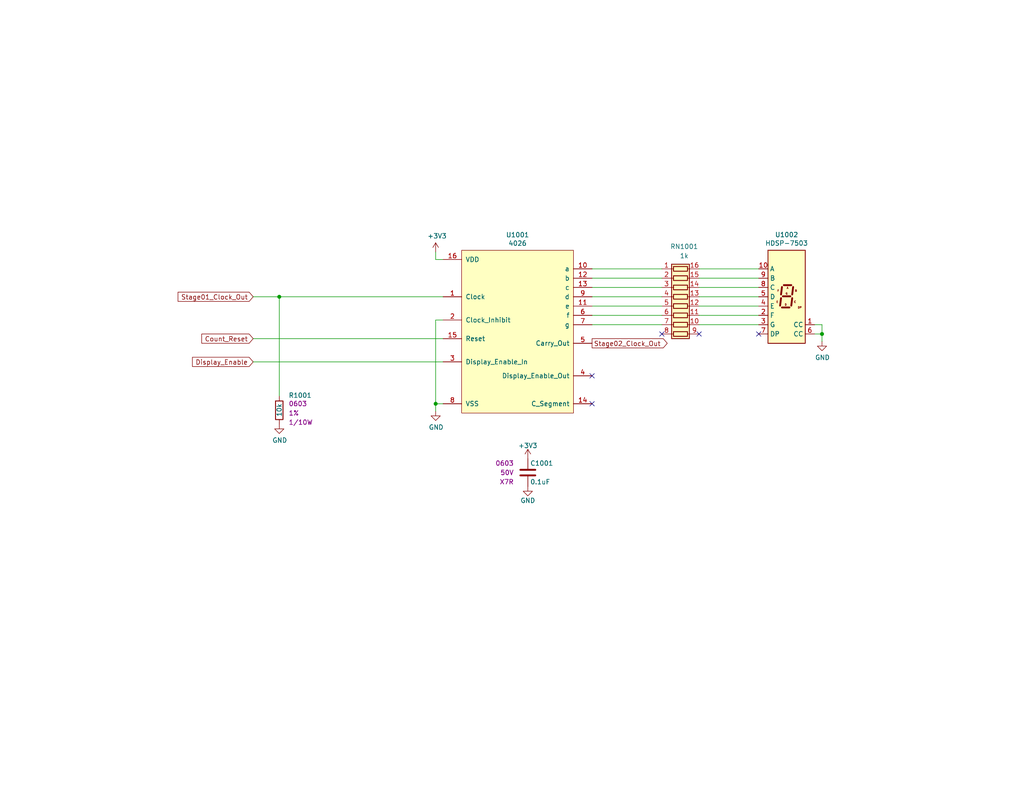
<source format=kicad_sch>
(kicad_sch (version 20230121) (generator eeschema)
  (paper "A")
  (title_block (title "Incrementor") (date "2019-09-03") (rev "A") (company "Drew Maatman"))
  (lib_symbols
    (symbol "Custom_Library:4026" (pin_names (offset 1.016))
      (property "Reference" "U" (at 30.48 -43.18 0))
      (property "Value" "4026" (at 20.32 3.81 0))
      (symbol "4026_0_1"
        (rectangle (start 5.08 2.54) (end 35.56 -41.91) (fill (type background)))
      )
      (symbol "4026_1_1"
        (pin input line (at 0 -10.16 0) (length 5.08) (name "Clock") (number "1"))
        (pin output line (at 40.64 -2.54 180) (length 5.08) (name "a") (number "10"))
        (pin output line (at 40.64 -12.7 180) (length 5.08) (name "e") (number "11"))
        (pin output line (at 40.64 -5.08 180) (length 5.08) (name "b") (number "12"))
        (pin output line (at 40.64 -7.62 180) (length 5.08) (name "c") (number "13"))
        (pin output line (at 40.64 -39.37 180) (length 5.08) (name "C_Segment") (number "14"))
        (pin input line (at 0 -21.59 0) (length 5.08) (name "Reset") (number "15"))
        (pin power_in line (at 0 0 0) (length 5.08) (name "VDD") (number "16"))
        (pin input line (at 0 -16.51 0) (length 5.08) (name "Clock_Inhibit") (number "2"))
        (pin input line (at 0 -27.94 0) (length 5.08) (name "Display_Enable_In") (number "3"))
        (pin output line (at 40.64 -31.75 180) (length 5.08) (name "Display_Enable_Out") (number "4"))
        (pin output line (at 40.64 -22.86 180) (length 5.08) (name "Carry_Out") (number "5"))
        (pin output line (at 40.64 -15.24 180) (length 5.08) (name "f") (number "6"))
        (pin output line (at 40.64 -17.78 180) (length 5.08) (name "g") (number "7"))
        (pin power_in line (at 0 -39.37 0) (length 5.08) (name "VSS") (number "8"))
        (pin output line (at 40.64 -10.16 180) (length 5.08) (name "d") (number "9"))
      )
    )
    (symbol "Custom_Library:C_Custom" (pin_numbers hide) (pin_names (offset 0.254))
      (property "Reference" "C" (at 0.635 2.54 0))
      (property "Value" "C_Custom" (at 0.635 -2.54 0))
      (property "display_footprint" "Foot" (at -3.81 2.54 0))
      (property "Voltage" "V" (at -3.81 0 0))
      (property "Dielectric" "Er" (at -3.81 -2.54 0))
      (symbol "C_Custom_0_1"
        (polyline (pts (xy -2.032 -0.762) (xy 2.032 -0.762)) (stroke (width 0.508)))
        (polyline (pts (xy -2.032 0.762) (xy 2.032 0.762)) (stroke (width 0.508)))
      )
      (symbol "C_Custom_1_1"
        (pin passive line (at 0 3.81 270) (length 2.794) (name "~") (number "1"))
        (pin passive line (at 0 -3.81 90) (length 2.794) (name "~") (number "2"))
      )
    )
    (symbol "Custom_Library:R_Custom" (pin_numbers hide) (pin_names (offset 1.016) hide)
      (property "Reference" "R" (at -2.54 0 90))
      (property "Value" "R_Custom" (at 0 0 90))
      (property "display_footprint" "Foot" (at 2.54 0 90))
      (property "Tolerance" "Tol" (at 5.08 0 90))
      (property "Wattage" "W" (at 7.62 0 90))
      (symbol "R_Custom_0_1"
        (rectangle (start 1.016 2.54) (end -1.016 -2.54) (stroke (width 0.254)))
      )
      (symbol "R_Custom_1_1"
        (pin passive line (at 0 3.81 270) (length 1.27) (name "1") (number "1"))
        (pin passive line (at 0 -3.81 90) (length 1.27) (name "2") (number "2"))
      )
    )
    (symbol "Device:R_Pack08" (pin_names (offset 0) hide)
      (property "Reference" "RN" (at -12.7 0 90))
      (property "Value" "R_Pack08" (at 10.16 0 90))
      (symbol "R_Pack08_0_1"
        (rectangle (start -11.43 -2.413) (end 8.89 2.413) (stroke (width 0.254)) (fill (type background)))
        (rectangle (start -10.795 1.905) (end -9.525 -1.905) (stroke (width 0.254)))
        (rectangle (start -8.255 1.905) (end -6.985 -1.905) (stroke (width 0.254)))
        (rectangle (start -5.715 1.905) (end -4.445 -1.905) (stroke (width 0.254)))
        (rectangle (start -3.175 1.905) (end -1.905 -1.905) (stroke (width 0.254)))
        (rectangle (start -0.635 1.905) (end 0.635 -1.905) (stroke (width 0.254)))
        (polyline (pts (xy -10.16 -2.54) (xy -10.16 -1.905)))
        (polyline (pts (xy -10.16 1.905) (xy -10.16 2.54)))
        (polyline (pts (xy -7.62 -2.54) (xy -7.62 -1.905)))
        (polyline (pts (xy -7.62 1.905) (xy -7.62 2.54)))
        (polyline (pts (xy -5.08 -2.54) (xy -5.08 -1.905)))
        (polyline (pts (xy -5.08 1.905) (xy -5.08 2.54)))
        (polyline (pts (xy -2.54 -2.54) (xy -2.54 -1.905)))
        (polyline (pts (xy -2.54 1.905) (xy -2.54 2.54)))
        (polyline (pts (xy 0 -2.54) (xy 0 -1.905)))
        (polyline (pts (xy 0 1.905) (xy 0 2.54)))
        (polyline (pts (xy 2.54 -2.54) (xy 2.54 -1.905)))
        (polyline (pts (xy 2.54 1.905) (xy 2.54 2.54)))
        (polyline (pts (xy 5.08 -2.54) (xy 5.08 -1.905)))
        (polyline (pts (xy 5.08 1.905) (xy 5.08 2.54)))
        (polyline (pts (xy 7.62 -2.54) (xy 7.62 -1.905)))
        (polyline (pts (xy 7.62 1.905) (xy 7.62 2.54)))
        (rectangle (start 1.905 1.905) (end 3.175 -1.905) (stroke (width 0.254)))
        (rectangle (start 4.445 1.905) (end 5.715 -1.905) (stroke (width 0.254)))
        (rectangle (start 6.985 1.905) (end 8.255 -1.905) (stroke (width 0.254)))
      )
      (symbol "R_Pack08_1_1"
        (pin passive line (at -10.16 -5.08 90) (length 2.54) (name "R1.1") (number "1"))
        (pin passive line (at 5.08 5.08 270) (length 2.54) (name "R7.2") (number "10"))
        (pin passive line (at 2.54 5.08 270) (length 2.54) (name "R6.2") (number "11"))
        (pin passive line (at 0 5.08 270) (length 2.54) (name "R5.2") (number "12"))
        (pin passive line (at -2.54 5.08 270) (length 2.54) (name "R4.2") (number "13"))
        (pin passive line (at -5.08 5.08 270) (length 2.54) (name "R3.2") (number "14"))
        (pin passive line (at -7.62 5.08 270) (length 2.54) (name "R2.2") (number "15"))
        (pin passive line (at -10.16 5.08 270) (length 2.54) (name "R1.2") (number "16"))
        (pin passive line (at -7.62 -5.08 90) (length 2.54) (name "R2.1") (number "2"))
        (pin passive line (at -5.08 -5.08 90) (length 2.54) (name "R3.1") (number "3"))
        (pin passive line (at -2.54 -5.08 90) (length 2.54) (name "R4.1") (number "4"))
        (pin passive line (at 0 -5.08 90) (length 2.54) (name "R5.1") (number "5"))
        (pin passive line (at 2.54 -5.08 90) (length 2.54) (name "R6.1") (number "6"))
        (pin passive line (at 5.08 -5.08 90) (length 2.54) (name "R7.1") (number "7"))
        (pin passive line (at 7.62 -5.08 90) (length 2.54) (name "R8.1") (number "8"))
        (pin passive line (at 7.62 5.08 270) (length 2.54) (name "R8.2") (number "9"))
      )
    )
    (symbol "Display_Character:HDSP-7503"
      (property "Reference" "U" (at -3.81 13.97 0))
      (property "Value" "HDSP-7503" (at 6.35 13.97 0))
      (symbol "HDSP-7503_1_0"
        (text "A" (at 0.254 2.413 0) (effects (font (size 0.508 0.508))))
        (text "B" (at 2.54 1.651 0) (effects (font (size 0.508 0.508))))
        (text "C" (at 2.286 -1.397 0) (effects (font (size 0.508 0.508))))
        (text "D" (at -0.254 -2.159 0) (effects (font (size 0.508 0.508))))
        (text "DP" (at 3.556 -2.921 0) (effects (font (size 0.508 0.508))))
        (text "E" (at -2.54 -1.397 0) (effects (font (size 0.508 0.508))))
        (text "F" (at -2.286 1.651 0) (effects (font (size 0.508 0.508))))
        (text "G" (at 0 0.889 0) (effects (font (size 0.508 0.508))))
      )
      (symbol "HDSP-7503_1_1"
        (rectangle (start -5.08 12.7) (end 5.08 -12.7) (stroke (width 0.254)) (fill (type background)))
        (polyline (pts (xy -1.524 -0.381) (xy -1.778 -2.413)) (stroke (width 0.508)))
        (polyline (pts (xy -1.27 -2.921) (xy 0.762 -2.921)) (stroke (width 0.508)))
        (polyline (pts (xy -1.27 2.667) (xy -1.524 0.635)) (stroke (width 0.508)))
        (polyline (pts (xy -1.016 0.127) (xy 1.016 0.127)) (stroke (width 0.508)))
        (polyline (pts (xy -0.762 3.175) (xy 1.27 3.175)) (stroke (width 0.508)))
        (polyline (pts (xy 1.524 -0.381) (xy 1.27 -2.413)) (stroke (width 0.508)))
        (polyline (pts (xy 1.778 2.667) (xy 1.524 0.635)) (stroke (width 0.508)))
        (polyline (pts (xy 2.54 -2.921) (xy 2.54 -2.921)) (stroke (width 0.508)))
        (pin input line (at 7.62 -7.62 180) (length 2.54) (name "CC") (number "1"))
        (pin input line (at -7.62 7.62 0) (length 2.54) (name "A") (number "10"))
        (pin input line (at -7.62 -5.08 0) (length 2.54) (name "F") (number "2"))
        (pin input line (at -7.62 -7.62 0) (length 2.54) (name "G") (number "3"))
        (pin input line (at -7.62 -2.54 0) (length 2.54) (name "E") (number "4"))
        (pin input line (at -7.62 0 0) (length 2.54) (name "D") (number "5"))
        (pin input line (at 7.62 -10.16 180) (length 2.54) (name "CC") (number "6"))
        (pin input line (at -7.62 -10.16 0) (length 2.54) (name "DP") (number "7"))
        (pin input line (at -7.62 2.54 0) (length 2.54) (name "C") (number "8"))
        (pin input line (at -7.62 5.08 0) (length 2.54) (name "B") (number "9"))
      )
    )
    (symbol "Incrementor-rescue:+3.3V-power" (power) (pin_names (offset 0))
      (property "Value" "+3.3V-power" (at 0 3.556 0))
      (symbol "+3.3V-power_0_1"
        (polyline (pts (xy -0.762 1.27) (xy 0 2.54)))
        (polyline (pts (xy 0 0) (xy 0 2.54)))
        (polyline (pts (xy 0 2.54) (xy 0.762 1.27)))
      )
      (symbol "+3.3V-power_1_1"
        (pin power_in line (at 0 0 90) (length 0) hide (name "+3V3") (number "1"))
      )
    )
    (symbol "power:GND" (power) (pin_names (offset 0))
      (property "Value" "GND" (at 0 -3.81 0))
      (symbol "GND_0_1"
        (polyline (pts (xy 0 0) (xy 0 -1.27) (xy 1.27 -1.27) (xy 0 -2.54) (xy -1.27 -1.27) (xy 0 -1.27)))
      )
      (symbol "GND_1_1"
        (pin power_in line (at 0 0 270) (length 0) hide (name "GND") (number "1"))
      )
    )
  )
  (junction (at 224.282 91.186))
  (junction (at 118.872 110.236))
  (junction (at 76.2 81.026))
  (no_connect (at 161.544 110.236))
  (no_connect (at 180.594 91.186))
  (no_connect (at 190.754 91.186))
  (no_connect (at 207.01 91.186))
  (no_connect (at 161.544 102.616))
  (wire (pts (xy 118.872 110.236) (xy 120.904 110.236)))
  (wire (pts (xy 118.872 68.834) (xy 118.872 70.866)))
  (wire (pts (xy 224.282 93.218) (xy 224.282 91.186)))
  (wire (pts (xy 222.25 91.186) (xy 224.282 91.186)))
  (wire (pts (xy 190.754 73.406) (xy 207.01 73.406)))
  (wire (pts (xy 161.544 86.106) (xy 180.594 86.106)))
  (wire (pts (xy 190.754 83.566) (xy 207.01 83.566)))
  (wire (pts (xy 190.754 88.646) (xy 207.01 88.646)))
  (wire (pts (xy 120.904 81.026) (xy 76.2 81.026)))
  (wire (pts (xy 190.754 75.946) (xy 207.01 75.946)))
  (wire (pts (xy 161.544 73.406) (xy 180.594 73.406)))
  (wire (pts (xy 161.544 88.646) (xy 180.594 88.646)))
  (wire (pts (xy 190.754 78.486) (xy 207.01 78.486)))
  (wire (pts (xy 120.904 87.376) (xy 118.872 87.376)))
  (wire (pts (xy 69.088 98.806) (xy 120.904 98.806)))
  (wire (pts (xy 161.544 78.486) (xy 180.594 78.486)))
  (wire (pts (xy 190.754 81.026) (xy 207.01 81.026)))
  (wire (pts (xy 161.544 81.026) (xy 180.594 81.026)))
  (wire (pts (xy 118.872 87.376) (xy 118.872 110.236)))
  (wire (pts (xy 69.088 81.026) (xy 76.2 81.026)))
  (wire (pts (xy 76.2 81.026) (xy 76.2 108.204)))
  (wire (pts (xy 224.282 91.186) (xy 224.282 88.646)))
  (wire (pts (xy 190.754 86.106) (xy 207.01 86.106)))
  (wire (pts (xy 161.544 75.946) (xy 180.594 75.946)))
  (wire (pts (xy 161.544 83.566) (xy 180.594 83.566)))
  (wire (pts (xy 224.282 88.646) (xy 222.25 88.646)))
  (wire (pts (xy 118.872 112.268) (xy 118.872 110.236)))
  (wire (pts (xy 118.872 70.866) (xy 120.904 70.866)))
  (wire (pts (xy 69.088 92.456) (xy 120.904 92.456)))
  (global_label "Count_Reset" (shape input) (at 69.088 92.456 180) (property "Intersheetrefs" "${INTERSHEET_REFS}" (effects hide)))
  (global_label "Stage02_Clock_Out" (shape output) (at 161.544 93.726 0) (property "Intersheetrefs" "${INTERSHEET_REFS}" (effects hide)))
  (global_label "Display_Enable" (shape input) (at 69.088 98.806 180) (property "Intersheetrefs" "${INTERSHEET_REFS}" (effects hide)))
  (global_label "Stage01_Clock_Out" (shape input) (at 69.088 81.026 180) (property "Intersheetrefs" "${INTERSHEET_REFS}" (effects hide)))
  (symbol (lib_id "Custom_Library:4026") (at 120.904 70.866 0) (unit 1)
    (property "Reference" "U1001" (at 141.224 64.135 0))
    (property "Value" "4026" (at 141.224 66.4464 0))
    (property "Footprint" "Housings_SSOP:TSSOP-16_4.4x5mm_Pitch0.65mm" (effects hide))
    (property "Digi-Key PN" "296-32878-5-ND" (effects hide))
    (instances (project "Incrementor" (path "" (reference "U1001") (unit 1)) (path "" (reference "U?") (unit 1))))
  )
  (symbol (lib_id "Incrementor-rescue:+3.3V-power") (at 118.872 68.834 0) (unit 1)
    (property "Reference" "#PWR01004" (effects hide))
    (property "Value" "+3.3V" (at 119.253 64.4398 0))
    (instances (project "Incrementor" (path "" (reference "#PWR01004") (unit 1)) (path "" (reference "#PWR?") (unit 1))))
  )
  (symbol (lib_id "power:GND") (at 118.872 112.268 0) (unit 1)
    (property "Reference" "#PWR01005" (effects hide))
    (property "Value" "GND" (at 118.999 116.6622 0))
    (instances (project "Incrementor" (path "" (reference "#PWR01005") (unit 1)) (path "" (reference "#PWR?") (unit 1))))
  )
  (symbol (lib_id "Device:R_Pack08") (at 185.674 83.566 270) (unit 1)
    (property "Reference" "RN1001" (at 186.69 67.31 90))
    (property "Value" "1k" (at 186.69 69.85 90))
    (property "Footprint" "Resistor_SMD:R_Cat16-8" (effects hide))
    (property "Digi-Key PN" "CAT16-102J8LFCT-ND" (effects hide))
    (instances (project "Incrementor" (path "" (reference "RN1001") (unit 1)) (path "" (reference "RN?") (unit 1))))
  )
  (symbol (lib_id "Display_Character:HDSP-7503") (at 214.63 81.026 0) (unit 1)
    (property "Reference" "U1002" (at 214.63 64.0842 0))
    (property "Value" "HDSP-7503" (at 214.63 66.3956 0))
    (property "Footprint" "Display_7Segment:HDSP-A151" (effects hide))
    (property "Datasheet" "https://docs.broadcom.com/docs/AV02-2553EN" (effects hide))
    (property "Digi-Key PN" "516-1203-5-ND" (effects hide))
    (instances (project "Incrementor" (path "" (reference "U1002") (unit 1)) (path "" (reference "U?") (unit 1))))
  )
  (symbol (lib_id "power:GND") (at 224.282 93.218 0) (unit 1)
    (property "Reference" "#PWR01008" (effects hide))
    (property "Value" "GND" (at 224.409 97.6122 0))
    (instances (project "Incrementor" (path "" (reference "#PWR01008") (unit 1)) (path "" (reference "#PWR?") (unit 1))))
  )
  (symbol (lib_id "Custom_Library:R_Custom") (at 76.2 112.014 0) (unit 1)
    (property "Reference" "R1001" (at 78.74 107.95 0) (effects (justify left)))
    (property "Value" "10k" (at 76.2 113.792 90) (effects (justify left)))
    (property "Footprint" "Resistors_SMD:R_0603" (effects hide))
    (property "display_footprint" "0603" (at 78.74 110.236 0) (effects (justify left)))
    (property "Tolerance" "1%" (at 78.74 112.776 0) (effects (justify left)))
    (property "Wattage" "1/10W" (at 78.74 115.316 0) (effects (justify left)))
    (property "Digi-Key PN" "RMCF0603FT10K0CT-ND" (effects hide))
    (instances (project "Incrementor" (path "" (reference "R1001") (unit 1)) (path "" (reference "R?") (unit 1))))
  )
  (symbol (lib_id "power:GND") (at 76.2 115.824 0) (unit 1)
    (property "Reference" "#PWR01001" (effects hide))
    (property "Value" "GND" (at 76.327 120.2182 0))
    (instances (project "Incrementor" (path "" (reference "#PWR01001") (unit 1)) (path "" (reference "#PWR?") (unit 1))))
  )
  (symbol (lib_id "Custom_Library:C_Custom") (at 144.018 129.032 0) (unit 1)
    (property "Reference" "C1001" (at 144.653 126.492 0) (effects (justify left)))
    (property "Value" "0.1uF" (at 144.653 131.572 0) (effects (justify left)))
    (property "Footprint" "Capacitors_SMD:C_0603" (effects hide))
    (property "display_footprint" "0603" (at 140.208 126.492 0) (effects (justify right)))
    (property "Voltage" "50V" (at 140.208 129.032 0) (effects (justify right)))
    (property "Dielectric" "X7R" (at 140.208 131.572 0) (effects (justify right)))
    (property "Digi-Key PN" "311-1344-1-ND" (effects hide))
    (instances (project "Incrementor" (path "" (reference "C1001") (unit 1)) (path "" (reference "C?") (unit 1))))
  )
  (symbol (lib_id "power:GND") (at 144.018 132.842 0) (unit 1)
    (property "Reference" "#PWR01007" (effects hide))
    (property "Value" "GND" (at 144.018 136.652 0))
    (instances (project "Incrementor" (path "" (reference "#PWR01007") (unit 1)) (path "" (reference "#PWR?") (unit 1))))
  )
  (symbol (lib_id "Incrementor-rescue:+3.3V-power") (at 144.018 125.222 0) (unit 1)
    (property "Reference" "#PWR01006" (effects hide))
    (property "Value" "+3.3V" (at 144.018 121.666 0))
    (instances (project "Incrementor" (path "" (reference "#PWR01006") (unit 1)) (path "" (reference "#PWR?") (unit 1))))
  )
)
</source>
